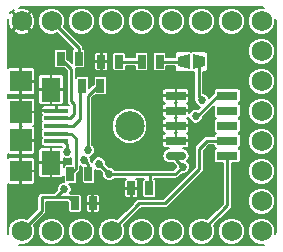
<source format=gbl>
G04 (created by PCBNEW (2013-07-07 BZR 4022)-stable) date 1/7/2014 10:08:49*
%MOIN*%
G04 Gerber Fmt 3.4, Leading zero omitted, Abs format*
%FSLAX34Y34*%
G01*
G70*
G90*
G04 APERTURE LIST*
%ADD10C,0.00590551*%
%ADD11C,0.0984252*%
%ADD12C,0.0688976*%
%ADD13R,0.025X0.045*%
%ADD14O,0.0688976X0.0299213*%
%ADD15R,0.0688976X0.0299213*%
%ADD16R,0.0748031X0.0748031*%
%ADD17R,0.0748031X0.0708661*%
%ADD18R,0.0629921X0.0826772*%
%ADD19R,0.0787402X0.015748*%
%ADD20C,0.027*%
%ADD21C,0.01*%
%ADD22C,0.005*%
G04 APERTURE END LIST*
G54D10*
G54D11*
X47600Y-28000D03*
G54D12*
X52000Y-26500D03*
X46000Y-31500D03*
X47000Y-31500D03*
X48000Y-31500D03*
X49000Y-31500D03*
X50000Y-31500D03*
X51000Y-31500D03*
X52000Y-31500D03*
X52000Y-30500D03*
X52000Y-29500D03*
X52000Y-28500D03*
X52000Y-27500D03*
X52000Y-25500D03*
X52000Y-24500D03*
X51000Y-24500D03*
X50000Y-24500D03*
X49000Y-24500D03*
X48000Y-24500D03*
X47000Y-24500D03*
X46000Y-24500D03*
X45000Y-24500D03*
X44000Y-31500D03*
X44000Y-24500D03*
G54D10*
G36*
X50096Y-25997D02*
X49703Y-26096D01*
X49703Y-25603D01*
X50096Y-25702D01*
X50096Y-25997D01*
X50096Y-25997D01*
G37*
G36*
X49596Y-26096D02*
X49203Y-25997D01*
X49203Y-25702D01*
X49596Y-25603D01*
X49596Y-26096D01*
X49596Y-26096D01*
G37*
G54D12*
X45000Y-31500D03*
G54D13*
X46025Y-26650D03*
X46625Y-26650D03*
X45625Y-29600D03*
X46225Y-29600D03*
X45300Y-25750D03*
X45900Y-25750D03*
X47250Y-25850D03*
X46650Y-25850D03*
X48600Y-25850D03*
X48000Y-25850D03*
G54D14*
X49143Y-28984D03*
G54D15*
X50856Y-28984D03*
X49143Y-28484D03*
X50856Y-28484D03*
X49143Y-27984D03*
X50856Y-27984D03*
X49143Y-27484D03*
X50856Y-27484D03*
X49143Y-26984D03*
X50856Y-26984D03*
G54D16*
X43975Y-27527D03*
X43975Y-28472D03*
G54D17*
X43975Y-26503D03*
X43975Y-29496D03*
G54D18*
X44978Y-29220D03*
X44978Y-26779D03*
G54D19*
X45156Y-28255D03*
X45156Y-28000D03*
X45156Y-27744D03*
X45156Y-27488D03*
X45156Y-28511D03*
G54D13*
X45775Y-30575D03*
X46375Y-30575D03*
X48250Y-30075D03*
X47650Y-30075D03*
G54D20*
X50000Y-27125D03*
X49375Y-29350D03*
X46925Y-29600D03*
X46575Y-29250D03*
X45075Y-29175D03*
X46200Y-28800D03*
X46075Y-29125D03*
X45425Y-30100D03*
X45525Y-28850D03*
X49800Y-27675D03*
G54D21*
X50856Y-28484D02*
X50190Y-28484D01*
X47925Y-30575D02*
X47000Y-31500D01*
X48775Y-30575D02*
X47925Y-30575D01*
X49925Y-29425D02*
X48775Y-30575D01*
X49925Y-28750D02*
X49925Y-29425D01*
X50190Y-28484D02*
X49925Y-28750D01*
X50856Y-28984D02*
X50856Y-30643D01*
X50856Y-30643D02*
X50000Y-31500D01*
X49900Y-27025D02*
X49900Y-25850D01*
X50000Y-27125D02*
X49900Y-27025D01*
X48250Y-30075D02*
X48275Y-30050D01*
X48275Y-30050D02*
X48275Y-29600D01*
X49375Y-29350D02*
X49143Y-29118D01*
X49143Y-29118D02*
X49143Y-28984D01*
X49125Y-29600D02*
X49375Y-29350D01*
X49125Y-29600D02*
X48275Y-29600D01*
X48275Y-29600D02*
X46925Y-29600D01*
X49143Y-28984D02*
X49143Y-29118D01*
X46575Y-29250D02*
X46925Y-29600D01*
X45000Y-24500D02*
X45900Y-25400D01*
X45900Y-25400D02*
X45900Y-25750D01*
X49400Y-25850D02*
X48600Y-25850D01*
X48000Y-25850D02*
X47250Y-25850D01*
X46200Y-27000D02*
X46200Y-28800D01*
X46550Y-26650D02*
X46200Y-27000D01*
X46225Y-29600D02*
X46225Y-29275D01*
X46225Y-29275D02*
X46075Y-29125D01*
X46225Y-29525D02*
X46150Y-29600D01*
X45625Y-27725D02*
X45750Y-27600D01*
X45750Y-27600D02*
X45750Y-27475D01*
X45625Y-27725D02*
X45700Y-27650D01*
X45300Y-25750D02*
X45650Y-26100D01*
X45750Y-27275D02*
X45750Y-27475D01*
X45650Y-27175D02*
X45750Y-27275D01*
X45650Y-26100D02*
X45650Y-27175D01*
X45175Y-27725D02*
X45156Y-27744D01*
X45625Y-27725D02*
X45175Y-27725D01*
X45800Y-28400D02*
X45655Y-28255D01*
X45625Y-29600D02*
X45800Y-29425D01*
X45800Y-28400D02*
X45800Y-29425D01*
X45655Y-28255D02*
X45156Y-28255D01*
X45327Y-28250D02*
X45322Y-28255D01*
X45950Y-26650D02*
X45950Y-27750D01*
X45700Y-28000D02*
X45322Y-28000D01*
X45950Y-27750D02*
X45700Y-28000D01*
X45150Y-30375D02*
X45575Y-30375D01*
X45575Y-30375D02*
X45775Y-30575D01*
X45150Y-30375D02*
X45125Y-30375D01*
X45425Y-30100D02*
X45150Y-30375D01*
X44675Y-30375D02*
X44675Y-30825D01*
X44675Y-30825D02*
X44000Y-31500D01*
X45125Y-30375D02*
X44675Y-30375D01*
X45525Y-28850D02*
X45525Y-28625D01*
X45411Y-28511D02*
X45156Y-28511D01*
X45525Y-28625D02*
X45411Y-28511D01*
X50540Y-26984D02*
X50856Y-26984D01*
X49850Y-27675D02*
X50540Y-26984D01*
X49800Y-27675D02*
X49850Y-27675D01*
X50856Y-27015D02*
X50534Y-27015D01*
G54D10*
G36*
X52466Y-31487D02*
X52448Y-31580D01*
X52448Y-31411D01*
X52448Y-30411D01*
X52448Y-29411D01*
X52448Y-28411D01*
X52448Y-27411D01*
X52448Y-26411D01*
X52448Y-25411D01*
X52380Y-25246D01*
X52254Y-25120D01*
X52089Y-25051D01*
X51911Y-25051D01*
X51746Y-25119D01*
X51620Y-25245D01*
X51551Y-25410D01*
X51551Y-25588D01*
X51619Y-25753D01*
X51745Y-25879D01*
X51910Y-25948D01*
X52088Y-25948D01*
X52253Y-25880D01*
X52379Y-25754D01*
X52448Y-25589D01*
X52448Y-25411D01*
X52448Y-26411D01*
X52380Y-26246D01*
X52254Y-26120D01*
X52089Y-26051D01*
X51911Y-26051D01*
X51746Y-26119D01*
X51620Y-26245D01*
X51551Y-26410D01*
X51551Y-26588D01*
X51619Y-26753D01*
X51745Y-26879D01*
X51910Y-26948D01*
X52088Y-26948D01*
X52253Y-26880D01*
X52379Y-26754D01*
X52448Y-26589D01*
X52448Y-26411D01*
X52448Y-27411D01*
X52380Y-27246D01*
X52254Y-27120D01*
X52089Y-27051D01*
X51911Y-27051D01*
X51746Y-27119D01*
X51620Y-27245D01*
X51551Y-27410D01*
X51551Y-27588D01*
X51619Y-27753D01*
X51745Y-27879D01*
X51910Y-27948D01*
X52088Y-27948D01*
X52253Y-27880D01*
X52379Y-27754D01*
X52448Y-27589D01*
X52448Y-27411D01*
X52448Y-28411D01*
X52380Y-28246D01*
X52254Y-28120D01*
X52089Y-28051D01*
X51911Y-28051D01*
X51746Y-28119D01*
X51620Y-28245D01*
X51551Y-28410D01*
X51551Y-28588D01*
X51619Y-28753D01*
X51745Y-28879D01*
X51910Y-28948D01*
X52088Y-28948D01*
X52253Y-28880D01*
X52379Y-28754D01*
X52448Y-28589D01*
X52448Y-28411D01*
X52448Y-29411D01*
X52380Y-29246D01*
X52254Y-29120D01*
X52089Y-29051D01*
X51911Y-29051D01*
X51746Y-29119D01*
X51620Y-29245D01*
X51551Y-29410D01*
X51551Y-29588D01*
X51619Y-29753D01*
X51745Y-29879D01*
X51910Y-29948D01*
X52088Y-29948D01*
X52253Y-29880D01*
X52379Y-29754D01*
X52448Y-29589D01*
X52448Y-29411D01*
X52448Y-30411D01*
X52380Y-30246D01*
X52254Y-30120D01*
X52089Y-30051D01*
X51911Y-30051D01*
X51746Y-30119D01*
X51620Y-30245D01*
X51551Y-30410D01*
X51551Y-30588D01*
X51619Y-30753D01*
X51745Y-30879D01*
X51910Y-30948D01*
X52088Y-30948D01*
X52253Y-30880D01*
X52379Y-30754D01*
X52448Y-30589D01*
X52448Y-30411D01*
X52448Y-31411D01*
X52380Y-31246D01*
X52254Y-31120D01*
X52089Y-31051D01*
X51911Y-31051D01*
X51746Y-31119D01*
X51620Y-31245D01*
X51551Y-31410D01*
X51551Y-31588D01*
X51619Y-31753D01*
X51745Y-31879D01*
X51910Y-31948D01*
X52079Y-31948D01*
X51986Y-31966D01*
X51448Y-31966D01*
X51448Y-31411D01*
X51448Y-24411D01*
X51380Y-24246D01*
X51254Y-24120D01*
X51089Y-24051D01*
X50911Y-24051D01*
X50746Y-24119D01*
X50620Y-24245D01*
X50551Y-24410D01*
X50551Y-24588D01*
X50619Y-24753D01*
X50745Y-24879D01*
X50910Y-24948D01*
X51088Y-24948D01*
X51253Y-24880D01*
X51379Y-24754D01*
X51448Y-24589D01*
X51448Y-24411D01*
X51448Y-31411D01*
X51380Y-31246D01*
X51304Y-31170D01*
X51304Y-29113D01*
X51304Y-28814D01*
X51288Y-28775D01*
X51259Y-28746D01*
X51229Y-28734D01*
X51259Y-28721D01*
X51288Y-28692D01*
X51304Y-28654D01*
X51304Y-28613D01*
X51304Y-28314D01*
X51288Y-28275D01*
X51259Y-28246D01*
X51229Y-28234D01*
X51259Y-28221D01*
X51288Y-28192D01*
X51304Y-28154D01*
X51304Y-28113D01*
X51304Y-27814D01*
X51288Y-27775D01*
X51259Y-27746D01*
X51229Y-27734D01*
X51259Y-27721D01*
X51288Y-27692D01*
X51304Y-27654D01*
X51304Y-27613D01*
X51304Y-27314D01*
X51288Y-27275D01*
X51259Y-27246D01*
X51229Y-27234D01*
X51259Y-27221D01*
X51288Y-27192D01*
X51304Y-27154D01*
X51304Y-27113D01*
X51304Y-26814D01*
X51288Y-26775D01*
X51259Y-26746D01*
X51221Y-26730D01*
X51180Y-26730D01*
X50491Y-26730D01*
X50453Y-26746D01*
X50448Y-26751D01*
X50448Y-24411D01*
X50380Y-24246D01*
X50254Y-24120D01*
X50089Y-24051D01*
X49911Y-24051D01*
X49746Y-24119D01*
X49620Y-24245D01*
X49551Y-24410D01*
X49551Y-24588D01*
X49619Y-24753D01*
X49745Y-24879D01*
X49910Y-24948D01*
X50088Y-24948D01*
X50253Y-24880D01*
X50379Y-24754D01*
X50448Y-24589D01*
X50448Y-24411D01*
X50448Y-26751D01*
X50423Y-26775D01*
X50408Y-26813D01*
X50408Y-26855D01*
X50408Y-26899D01*
X50236Y-27071D01*
X50202Y-26989D01*
X50135Y-26922D01*
X50053Y-26888D01*
X50053Y-26199D01*
X50117Y-26199D01*
X50155Y-26184D01*
X50184Y-26154D01*
X50200Y-26116D01*
X50200Y-26075D01*
X50200Y-25583D01*
X50184Y-25545D01*
X50155Y-25516D01*
X50117Y-25500D01*
X50076Y-25500D01*
X49682Y-25500D01*
X49649Y-25513D01*
X49617Y-25500D01*
X49576Y-25500D01*
X49448Y-25500D01*
X49448Y-24411D01*
X49380Y-24246D01*
X49254Y-24120D01*
X49089Y-24051D01*
X48911Y-24051D01*
X48746Y-24119D01*
X48620Y-24245D01*
X48551Y-24410D01*
X48551Y-24588D01*
X48619Y-24753D01*
X48745Y-24879D01*
X48910Y-24948D01*
X49088Y-24948D01*
X49253Y-24880D01*
X49379Y-24754D01*
X49448Y-24589D01*
X49448Y-24411D01*
X49448Y-25500D01*
X49182Y-25500D01*
X49144Y-25515D01*
X49115Y-25545D01*
X49099Y-25583D01*
X49099Y-25624D01*
X49099Y-25696D01*
X48828Y-25696D01*
X48828Y-25604D01*
X48812Y-25566D01*
X48783Y-25537D01*
X48745Y-25521D01*
X48704Y-25521D01*
X48454Y-25521D01*
X48448Y-25523D01*
X48448Y-24411D01*
X48380Y-24246D01*
X48254Y-24120D01*
X48089Y-24051D01*
X47911Y-24051D01*
X47746Y-24119D01*
X47620Y-24245D01*
X47551Y-24410D01*
X47551Y-24588D01*
X47619Y-24753D01*
X47745Y-24879D01*
X47910Y-24948D01*
X48088Y-24948D01*
X48253Y-24880D01*
X48379Y-24754D01*
X48448Y-24589D01*
X48448Y-24411D01*
X48448Y-25523D01*
X48416Y-25537D01*
X48387Y-25566D01*
X48371Y-25604D01*
X48371Y-25645D01*
X48371Y-26095D01*
X48387Y-26133D01*
X48416Y-26162D01*
X48454Y-26178D01*
X48495Y-26178D01*
X48745Y-26178D01*
X48783Y-26162D01*
X48812Y-26133D01*
X48828Y-26095D01*
X48828Y-26054D01*
X48828Y-26003D01*
X49099Y-26003D01*
X49099Y-26116D01*
X49115Y-26154D01*
X49144Y-26183D01*
X49182Y-26199D01*
X49223Y-26199D01*
X49617Y-26199D01*
X49650Y-26186D01*
X49682Y-26199D01*
X49723Y-26199D01*
X49746Y-26199D01*
X49746Y-27025D01*
X49757Y-27083D01*
X49761Y-27088D01*
X49761Y-27172D01*
X49797Y-27260D01*
X49864Y-27327D01*
X49946Y-27361D01*
X49864Y-27443D01*
X49847Y-27436D01*
X49752Y-27436D01*
X49664Y-27472D01*
X49597Y-27539D01*
X49591Y-27553D01*
X49591Y-27314D01*
X49576Y-27275D01*
X49547Y-27246D01*
X49516Y-27234D01*
X49547Y-27221D01*
X49576Y-27192D01*
X49591Y-27154D01*
X49591Y-26814D01*
X49576Y-26775D01*
X49547Y-26746D01*
X49508Y-26730D01*
X49467Y-26730D01*
X49184Y-26730D01*
X49158Y-26756D01*
X49158Y-26969D01*
X49565Y-26969D01*
X49591Y-26943D01*
X49591Y-26814D01*
X49591Y-27154D01*
X49591Y-27024D01*
X49565Y-26998D01*
X49158Y-26998D01*
X49158Y-27211D01*
X49180Y-27234D01*
X49158Y-27256D01*
X49158Y-27469D01*
X49565Y-27469D01*
X49591Y-27443D01*
X49591Y-27314D01*
X49591Y-27553D01*
X49591Y-27553D01*
X49591Y-27524D01*
X49565Y-27498D01*
X49158Y-27498D01*
X49158Y-27711D01*
X49180Y-27734D01*
X49158Y-27756D01*
X49158Y-27969D01*
X49565Y-27969D01*
X49591Y-27943D01*
X49591Y-27814D01*
X49576Y-27775D01*
X49547Y-27746D01*
X49516Y-27734D01*
X49547Y-27721D01*
X49561Y-27707D01*
X49561Y-27722D01*
X49597Y-27810D01*
X49664Y-27877D01*
X49752Y-27913D01*
X49847Y-27913D01*
X49935Y-27877D01*
X50002Y-27810D01*
X50038Y-27722D01*
X50038Y-27703D01*
X50408Y-27334D01*
X50408Y-27355D01*
X50408Y-27654D01*
X50423Y-27692D01*
X50452Y-27721D01*
X50483Y-27734D01*
X50453Y-27746D01*
X50423Y-27775D01*
X50408Y-27813D01*
X50408Y-27855D01*
X50408Y-28154D01*
X50423Y-28192D01*
X50452Y-28221D01*
X50483Y-28234D01*
X50453Y-28246D01*
X50423Y-28275D01*
X50408Y-28313D01*
X50408Y-28330D01*
X50190Y-28330D01*
X50131Y-28342D01*
X50082Y-28375D01*
X49816Y-28641D01*
X49782Y-28691D01*
X49771Y-28750D01*
X49771Y-29361D01*
X48711Y-30421D01*
X47925Y-30421D01*
X47878Y-30430D01*
X47878Y-30279D01*
X47878Y-30115D01*
X47852Y-30089D01*
X47664Y-30089D01*
X47664Y-30377D01*
X47690Y-30403D01*
X47795Y-30403D01*
X47833Y-30387D01*
X47862Y-30358D01*
X47878Y-30320D01*
X47878Y-30279D01*
X47878Y-30430D01*
X47866Y-30432D01*
X47816Y-30466D01*
X47635Y-30646D01*
X47635Y-30377D01*
X47635Y-30089D01*
X47447Y-30089D01*
X47421Y-30115D01*
X47421Y-30279D01*
X47421Y-30320D01*
X47437Y-30358D01*
X47466Y-30387D01*
X47504Y-30403D01*
X47609Y-30403D01*
X47635Y-30377D01*
X47635Y-30646D01*
X47189Y-31093D01*
X47089Y-31051D01*
X46911Y-31051D01*
X46746Y-31119D01*
X46620Y-31245D01*
X46603Y-31285D01*
X46603Y-30779D01*
X46603Y-30370D01*
X46603Y-30329D01*
X46587Y-30291D01*
X46558Y-30262D01*
X46520Y-30246D01*
X46415Y-30246D01*
X46389Y-30272D01*
X46389Y-30560D01*
X46577Y-30560D01*
X46603Y-30534D01*
X46603Y-30370D01*
X46603Y-30779D01*
X46603Y-30615D01*
X46577Y-30589D01*
X46389Y-30589D01*
X46389Y-30877D01*
X46415Y-30903D01*
X46520Y-30903D01*
X46558Y-30887D01*
X46587Y-30858D01*
X46603Y-30820D01*
X46603Y-30779D01*
X46603Y-31285D01*
X46551Y-31410D01*
X46551Y-31588D01*
X46619Y-31753D01*
X46745Y-31879D01*
X46910Y-31948D01*
X47088Y-31948D01*
X47253Y-31880D01*
X47379Y-31754D01*
X47448Y-31589D01*
X47448Y-31411D01*
X47406Y-31310D01*
X47988Y-30728D01*
X48775Y-30728D01*
X48833Y-30717D01*
X48883Y-30683D01*
X50033Y-29533D01*
X50033Y-29533D01*
X50047Y-29513D01*
X50067Y-29483D01*
X50067Y-29483D01*
X50078Y-29425D01*
X50078Y-29425D01*
X50078Y-28813D01*
X50254Y-28637D01*
X50408Y-28637D01*
X50408Y-28654D01*
X50423Y-28692D01*
X50452Y-28721D01*
X50483Y-28734D01*
X50453Y-28746D01*
X50423Y-28775D01*
X50408Y-28813D01*
X50408Y-28855D01*
X50408Y-29154D01*
X50423Y-29192D01*
X50452Y-29221D01*
X50491Y-29237D01*
X50532Y-29237D01*
X50702Y-29237D01*
X50702Y-30580D01*
X50189Y-31093D01*
X50089Y-31051D01*
X49911Y-31051D01*
X49746Y-31119D01*
X49620Y-31245D01*
X49551Y-31410D01*
X49551Y-31588D01*
X49619Y-31753D01*
X49745Y-31879D01*
X49910Y-31948D01*
X50088Y-31948D01*
X50253Y-31880D01*
X50379Y-31754D01*
X50448Y-31589D01*
X50448Y-31411D01*
X50406Y-31310D01*
X50965Y-30752D01*
X50965Y-30752D01*
X50998Y-30702D01*
X51010Y-30643D01*
X51010Y-30643D01*
X51010Y-29237D01*
X51221Y-29237D01*
X51259Y-29221D01*
X51288Y-29192D01*
X51304Y-29154D01*
X51304Y-29113D01*
X51304Y-31170D01*
X51254Y-31120D01*
X51089Y-31051D01*
X50911Y-31051D01*
X50746Y-31119D01*
X50620Y-31245D01*
X50551Y-31410D01*
X50551Y-31588D01*
X50619Y-31753D01*
X50745Y-31879D01*
X50910Y-31948D01*
X51088Y-31948D01*
X51253Y-31880D01*
X51379Y-31754D01*
X51448Y-31589D01*
X51448Y-31411D01*
X51448Y-31966D01*
X49448Y-31966D01*
X49448Y-31411D01*
X49380Y-31246D01*
X49254Y-31120D01*
X49089Y-31051D01*
X48911Y-31051D01*
X48746Y-31119D01*
X48620Y-31245D01*
X48551Y-31410D01*
X48551Y-31588D01*
X48619Y-31753D01*
X48745Y-31879D01*
X48910Y-31948D01*
X49088Y-31948D01*
X49253Y-31880D01*
X49379Y-31754D01*
X49448Y-31589D01*
X49448Y-31411D01*
X49448Y-31966D01*
X48448Y-31966D01*
X48448Y-31411D01*
X48380Y-31246D01*
X48254Y-31120D01*
X48089Y-31051D01*
X47911Y-31051D01*
X47746Y-31119D01*
X47620Y-31245D01*
X47551Y-31410D01*
X47551Y-31588D01*
X47619Y-31753D01*
X47745Y-31879D01*
X47910Y-31948D01*
X48088Y-31948D01*
X48253Y-31880D01*
X48379Y-31754D01*
X48448Y-31589D01*
X48448Y-31411D01*
X48448Y-31966D01*
X46448Y-31966D01*
X46448Y-31411D01*
X46380Y-31246D01*
X46360Y-31226D01*
X46360Y-30877D01*
X46360Y-30589D01*
X46360Y-30560D01*
X46360Y-30272D01*
X46334Y-30246D01*
X46229Y-30246D01*
X46191Y-30262D01*
X46162Y-30291D01*
X46146Y-30329D01*
X46146Y-30370D01*
X46146Y-30534D01*
X46172Y-30560D01*
X46360Y-30560D01*
X46360Y-30589D01*
X46172Y-30589D01*
X46146Y-30615D01*
X46146Y-30779D01*
X46146Y-30820D01*
X46162Y-30858D01*
X46191Y-30887D01*
X46229Y-30903D01*
X46334Y-30903D01*
X46360Y-30877D01*
X46360Y-31226D01*
X46254Y-31120D01*
X46089Y-31051D01*
X45911Y-31051D01*
X45746Y-31119D01*
X45620Y-31245D01*
X45551Y-31410D01*
X45551Y-31588D01*
X45619Y-31753D01*
X45745Y-31879D01*
X45910Y-31948D01*
X46088Y-31948D01*
X46253Y-31880D01*
X46379Y-31754D01*
X46448Y-31589D01*
X46448Y-31411D01*
X46448Y-31966D01*
X45448Y-31966D01*
X45448Y-31411D01*
X45380Y-31246D01*
X45254Y-31120D01*
X45089Y-31051D01*
X44911Y-31051D01*
X44746Y-31119D01*
X44620Y-31245D01*
X44551Y-31410D01*
X44551Y-31588D01*
X44619Y-31753D01*
X44745Y-31879D01*
X44910Y-31948D01*
X45088Y-31948D01*
X45253Y-31880D01*
X45379Y-31754D01*
X45448Y-31589D01*
X45448Y-31411D01*
X45448Y-31966D01*
X44012Y-31966D01*
X43919Y-31948D01*
X44088Y-31948D01*
X44253Y-31880D01*
X44379Y-31754D01*
X44448Y-31589D01*
X44448Y-31411D01*
X44406Y-31310D01*
X44783Y-30933D01*
X44817Y-30883D01*
X44828Y-30825D01*
X44828Y-30528D01*
X45125Y-30528D01*
X45150Y-30528D01*
X45511Y-30528D01*
X45546Y-30563D01*
X45546Y-30820D01*
X45562Y-30858D01*
X45591Y-30887D01*
X45629Y-30903D01*
X45670Y-30903D01*
X45920Y-30903D01*
X45958Y-30887D01*
X45987Y-30858D01*
X46003Y-30820D01*
X46003Y-30779D01*
X46003Y-30329D01*
X45987Y-30291D01*
X45958Y-30262D01*
X45920Y-30246D01*
X45879Y-30246D01*
X45653Y-30246D01*
X45633Y-30232D01*
X45628Y-30231D01*
X45663Y-30147D01*
X45663Y-30052D01*
X45627Y-29964D01*
X45591Y-29928D01*
X45770Y-29928D01*
X45808Y-29912D01*
X45837Y-29883D01*
X45853Y-29845D01*
X45853Y-29804D01*
X45853Y-29588D01*
X45908Y-29533D01*
X45908Y-29533D01*
X45922Y-29513D01*
X45942Y-29483D01*
X45942Y-29483D01*
X45953Y-29425D01*
X45953Y-29425D01*
X45953Y-29333D01*
X45997Y-29351D01*
X45996Y-29354D01*
X45996Y-29395D01*
X45996Y-29845D01*
X46012Y-29883D01*
X46041Y-29912D01*
X46079Y-29928D01*
X46120Y-29928D01*
X46370Y-29928D01*
X46408Y-29912D01*
X46437Y-29883D01*
X46453Y-29845D01*
X46453Y-29804D01*
X46453Y-29458D01*
X46527Y-29488D01*
X46596Y-29488D01*
X46686Y-29578D01*
X46686Y-29647D01*
X46722Y-29735D01*
X46789Y-29802D01*
X46877Y-29838D01*
X46972Y-29838D01*
X47060Y-29802D01*
X47108Y-29753D01*
X47486Y-29753D01*
X47466Y-29762D01*
X47437Y-29791D01*
X47421Y-29829D01*
X47421Y-29870D01*
X47421Y-30034D01*
X47447Y-30060D01*
X47635Y-30060D01*
X47635Y-30052D01*
X47664Y-30052D01*
X47664Y-30060D01*
X47852Y-30060D01*
X47878Y-30034D01*
X47878Y-29870D01*
X47878Y-29829D01*
X47862Y-29791D01*
X47833Y-29762D01*
X47813Y-29753D01*
X48086Y-29753D01*
X48066Y-29762D01*
X48037Y-29791D01*
X48021Y-29829D01*
X48021Y-29870D01*
X48021Y-30320D01*
X48037Y-30358D01*
X48066Y-30387D01*
X48104Y-30403D01*
X48145Y-30403D01*
X48395Y-30403D01*
X48433Y-30387D01*
X48462Y-30358D01*
X48478Y-30320D01*
X48478Y-30279D01*
X48478Y-29829D01*
X48462Y-29791D01*
X48433Y-29762D01*
X48428Y-29759D01*
X48428Y-29753D01*
X49125Y-29753D01*
X49183Y-29742D01*
X49233Y-29708D01*
X49353Y-29588D01*
X49422Y-29588D01*
X49510Y-29552D01*
X49577Y-29485D01*
X49613Y-29397D01*
X49613Y-29302D01*
X49577Y-29214D01*
X49526Y-29163D01*
X49526Y-29163D01*
X49581Y-29081D01*
X49600Y-28984D01*
X49581Y-28887D01*
X49526Y-28805D01*
X49444Y-28750D01*
X49381Y-28737D01*
X49467Y-28737D01*
X49508Y-28737D01*
X49547Y-28721D01*
X49576Y-28692D01*
X49591Y-28654D01*
X49591Y-28314D01*
X49576Y-28275D01*
X49547Y-28246D01*
X49516Y-28234D01*
X49547Y-28221D01*
X49576Y-28192D01*
X49591Y-28154D01*
X49591Y-28024D01*
X49565Y-27998D01*
X49158Y-27998D01*
X49158Y-28211D01*
X49180Y-28234D01*
X49158Y-28256D01*
X49158Y-28469D01*
X49565Y-28469D01*
X49591Y-28443D01*
X49591Y-28314D01*
X49591Y-28654D01*
X49591Y-28524D01*
X49565Y-28498D01*
X49158Y-28498D01*
X49158Y-28506D01*
X49129Y-28506D01*
X49129Y-28498D01*
X49129Y-28469D01*
X49129Y-28256D01*
X49106Y-28234D01*
X49129Y-28211D01*
X49129Y-27998D01*
X49129Y-27969D01*
X49129Y-27756D01*
X49106Y-27734D01*
X49129Y-27711D01*
X49129Y-27498D01*
X49129Y-27469D01*
X49129Y-27256D01*
X49106Y-27234D01*
X49129Y-27211D01*
X49129Y-26998D01*
X49129Y-26969D01*
X49129Y-26756D01*
X49103Y-26730D01*
X48819Y-26730D01*
X48778Y-26730D01*
X48740Y-26746D01*
X48711Y-26775D01*
X48695Y-26814D01*
X48695Y-26943D01*
X48721Y-26969D01*
X49129Y-26969D01*
X49129Y-26998D01*
X48721Y-26998D01*
X48695Y-27024D01*
X48695Y-27154D01*
X48711Y-27192D01*
X48740Y-27221D01*
X48770Y-27234D01*
X48740Y-27246D01*
X48711Y-27275D01*
X48695Y-27314D01*
X48695Y-27443D01*
X48721Y-27469D01*
X49129Y-27469D01*
X49129Y-27498D01*
X48721Y-27498D01*
X48695Y-27524D01*
X48695Y-27654D01*
X48711Y-27692D01*
X48740Y-27721D01*
X48770Y-27734D01*
X48740Y-27746D01*
X48711Y-27775D01*
X48695Y-27814D01*
X48695Y-27943D01*
X48721Y-27969D01*
X49129Y-27969D01*
X49129Y-27998D01*
X48721Y-27998D01*
X48695Y-28024D01*
X48695Y-28154D01*
X48711Y-28192D01*
X48740Y-28221D01*
X48770Y-28234D01*
X48740Y-28246D01*
X48711Y-28275D01*
X48695Y-28314D01*
X48695Y-28443D01*
X48721Y-28469D01*
X49129Y-28469D01*
X49129Y-28498D01*
X48721Y-28498D01*
X48695Y-28524D01*
X48695Y-28654D01*
X48711Y-28692D01*
X48740Y-28721D01*
X48778Y-28737D01*
X48819Y-28737D01*
X48906Y-28737D01*
X48843Y-28750D01*
X48760Y-28805D01*
X48705Y-28887D01*
X48686Y-28984D01*
X48705Y-29081D01*
X48760Y-29163D01*
X48843Y-29218D01*
X48940Y-29237D01*
X49045Y-29237D01*
X49136Y-29328D01*
X49136Y-29371D01*
X49061Y-29446D01*
X48275Y-29446D01*
X48228Y-29446D01*
X48228Y-26054D01*
X48228Y-25604D01*
X48212Y-25566D01*
X48183Y-25537D01*
X48145Y-25521D01*
X48104Y-25521D01*
X47854Y-25521D01*
X47816Y-25537D01*
X47787Y-25566D01*
X47771Y-25604D01*
X47771Y-25645D01*
X47771Y-25696D01*
X47478Y-25696D01*
X47478Y-25604D01*
X47462Y-25566D01*
X47448Y-25551D01*
X47448Y-24411D01*
X47380Y-24246D01*
X47254Y-24120D01*
X47089Y-24051D01*
X46911Y-24051D01*
X46746Y-24119D01*
X46620Y-24245D01*
X46551Y-24410D01*
X46551Y-24588D01*
X46619Y-24753D01*
X46745Y-24879D01*
X46910Y-24948D01*
X47088Y-24948D01*
X47253Y-24880D01*
X47379Y-24754D01*
X47448Y-24589D01*
X47448Y-24411D01*
X47448Y-25551D01*
X47433Y-25537D01*
X47395Y-25521D01*
X47354Y-25521D01*
X47104Y-25521D01*
X47066Y-25537D01*
X47037Y-25566D01*
X47021Y-25604D01*
X47021Y-25645D01*
X47021Y-26095D01*
X47037Y-26133D01*
X47066Y-26162D01*
X47104Y-26178D01*
X47145Y-26178D01*
X47395Y-26178D01*
X47433Y-26162D01*
X47462Y-26133D01*
X47478Y-26095D01*
X47478Y-26054D01*
X47478Y-26003D01*
X47771Y-26003D01*
X47771Y-26095D01*
X47787Y-26133D01*
X47816Y-26162D01*
X47854Y-26178D01*
X47895Y-26178D01*
X48145Y-26178D01*
X48183Y-26162D01*
X48212Y-26133D01*
X48228Y-26095D01*
X48228Y-26054D01*
X48228Y-29446D01*
X48195Y-29446D01*
X48195Y-27881D01*
X48105Y-27662D01*
X47937Y-27495D01*
X47719Y-27404D01*
X47481Y-27404D01*
X47262Y-27494D01*
X47095Y-27662D01*
X47004Y-27880D01*
X47004Y-28118D01*
X47094Y-28337D01*
X47262Y-28504D01*
X47480Y-28595D01*
X47718Y-28595D01*
X47937Y-28505D01*
X48104Y-28337D01*
X48195Y-28119D01*
X48195Y-27881D01*
X48195Y-29446D01*
X47108Y-29446D01*
X47060Y-29397D01*
X46972Y-29361D01*
X46903Y-29361D01*
X46878Y-29336D01*
X46878Y-26054D01*
X46878Y-25645D01*
X46878Y-25604D01*
X46862Y-25566D01*
X46833Y-25537D01*
X46795Y-25521D01*
X46690Y-25521D01*
X46664Y-25547D01*
X46664Y-25835D01*
X46852Y-25835D01*
X46878Y-25809D01*
X46878Y-25645D01*
X46878Y-26054D01*
X46878Y-25890D01*
X46852Y-25864D01*
X46664Y-25864D01*
X46664Y-26152D01*
X46690Y-26178D01*
X46795Y-26178D01*
X46833Y-26162D01*
X46862Y-26133D01*
X46878Y-26095D01*
X46878Y-26054D01*
X46878Y-29336D01*
X46813Y-29271D01*
X46813Y-29202D01*
X46777Y-29114D01*
X46710Y-29047D01*
X46622Y-29011D01*
X46527Y-29011D01*
X46439Y-29047D01*
X46372Y-29114D01*
X46344Y-29182D01*
X46333Y-29166D01*
X46313Y-29146D01*
X46313Y-29077D01*
X46290Y-29020D01*
X46335Y-29002D01*
X46402Y-28935D01*
X46438Y-28847D01*
X46438Y-28752D01*
X46402Y-28664D01*
X46353Y-28616D01*
X46353Y-27063D01*
X46450Y-26966D01*
X46479Y-26978D01*
X46520Y-26978D01*
X46770Y-26978D01*
X46808Y-26962D01*
X46837Y-26933D01*
X46853Y-26895D01*
X46853Y-26854D01*
X46853Y-26404D01*
X46837Y-26366D01*
X46808Y-26337D01*
X46770Y-26321D01*
X46729Y-26321D01*
X46635Y-26321D01*
X46635Y-26152D01*
X46635Y-25864D01*
X46635Y-25835D01*
X46635Y-25547D01*
X46609Y-25521D01*
X46504Y-25521D01*
X46466Y-25537D01*
X46448Y-25554D01*
X46448Y-24411D01*
X46380Y-24246D01*
X46254Y-24120D01*
X46089Y-24051D01*
X45911Y-24051D01*
X45746Y-24119D01*
X45620Y-24245D01*
X45551Y-24410D01*
X45551Y-24588D01*
X45619Y-24753D01*
X45745Y-24879D01*
X45910Y-24948D01*
X46088Y-24948D01*
X46253Y-24880D01*
X46379Y-24754D01*
X46448Y-24589D01*
X46448Y-24411D01*
X46448Y-25554D01*
X46437Y-25566D01*
X46421Y-25604D01*
X46421Y-25645D01*
X46421Y-25809D01*
X46447Y-25835D01*
X46635Y-25835D01*
X46635Y-25864D01*
X46447Y-25864D01*
X46421Y-25890D01*
X46421Y-26054D01*
X46421Y-26095D01*
X46437Y-26133D01*
X46466Y-26162D01*
X46504Y-26178D01*
X46609Y-26178D01*
X46635Y-26152D01*
X46635Y-26321D01*
X46479Y-26321D01*
X46441Y-26337D01*
X46412Y-26366D01*
X46396Y-26404D01*
X46396Y-26445D01*
X46396Y-26586D01*
X46253Y-26728D01*
X46253Y-26404D01*
X46237Y-26366D01*
X46208Y-26337D01*
X46170Y-26321D01*
X46129Y-26321D01*
X45879Y-26321D01*
X45841Y-26337D01*
X45812Y-26366D01*
X45803Y-26386D01*
X45803Y-26100D01*
X45803Y-26099D01*
X45799Y-26078D01*
X46045Y-26078D01*
X46083Y-26062D01*
X46112Y-26033D01*
X46128Y-25995D01*
X46128Y-25954D01*
X46128Y-25504D01*
X46112Y-25466D01*
X46083Y-25437D01*
X46053Y-25424D01*
X46053Y-25400D01*
X46042Y-25341D01*
X46008Y-25291D01*
X45406Y-24689D01*
X45448Y-24589D01*
X45448Y-24411D01*
X45380Y-24246D01*
X45254Y-24120D01*
X45089Y-24051D01*
X44911Y-24051D01*
X44746Y-24119D01*
X44620Y-24245D01*
X44551Y-24410D01*
X44551Y-24588D01*
X44619Y-24753D01*
X44745Y-24879D01*
X44910Y-24948D01*
X45088Y-24948D01*
X45189Y-24906D01*
X45718Y-25436D01*
X45716Y-25437D01*
X45687Y-25466D01*
X45671Y-25504D01*
X45671Y-25545D01*
X45671Y-25903D01*
X45528Y-25761D01*
X45528Y-25504D01*
X45512Y-25466D01*
X45483Y-25437D01*
X45445Y-25421D01*
X45404Y-25421D01*
X45154Y-25421D01*
X45116Y-25437D01*
X45087Y-25466D01*
X45071Y-25504D01*
X45071Y-25545D01*
X45071Y-25995D01*
X45087Y-26033D01*
X45116Y-26062D01*
X45154Y-26078D01*
X45195Y-26078D01*
X45411Y-26078D01*
X45496Y-26163D01*
X45496Y-27175D01*
X45507Y-27233D01*
X45541Y-27283D01*
X45563Y-27305D01*
X45529Y-27305D01*
X45397Y-27305D01*
X45397Y-27213D01*
X45397Y-26345D01*
X45381Y-26307D01*
X45352Y-26278D01*
X45314Y-26262D01*
X45273Y-26262D01*
X45019Y-26262D01*
X44993Y-26288D01*
X44993Y-26765D01*
X45371Y-26765D01*
X45397Y-26739D01*
X45397Y-26345D01*
X45397Y-27213D01*
X45397Y-26819D01*
X45371Y-26793D01*
X44993Y-26793D01*
X44993Y-27270D01*
X45019Y-27296D01*
X45273Y-27296D01*
X45314Y-27296D01*
X45352Y-27280D01*
X45381Y-27251D01*
X45397Y-27213D01*
X45397Y-27305D01*
X45196Y-27305D01*
X45170Y-27331D01*
X45170Y-27473D01*
X45178Y-27473D01*
X45178Y-27502D01*
X45170Y-27502D01*
X45170Y-27510D01*
X45141Y-27510D01*
X45141Y-27502D01*
X45141Y-27473D01*
X45141Y-27331D01*
X45115Y-27305D01*
X44964Y-27305D01*
X44964Y-27270D01*
X44964Y-26793D01*
X44964Y-26765D01*
X44964Y-26288D01*
X44938Y-26262D01*
X44684Y-26262D01*
X44643Y-26262D01*
X44605Y-26278D01*
X44575Y-26307D01*
X44560Y-26345D01*
X44560Y-26739D01*
X44586Y-26765D01*
X44964Y-26765D01*
X44964Y-26793D01*
X44586Y-26793D01*
X44560Y-26819D01*
X44560Y-27213D01*
X44575Y-27251D01*
X44605Y-27280D01*
X44643Y-27296D01*
X44684Y-27296D01*
X44938Y-27296D01*
X44964Y-27270D01*
X44964Y-27305D01*
X44782Y-27305D01*
X44741Y-27305D01*
X44703Y-27321D01*
X44674Y-27350D01*
X44658Y-27388D01*
X44658Y-27447D01*
X44684Y-27473D01*
X45141Y-27473D01*
X45141Y-27502D01*
X44684Y-27502D01*
X44658Y-27528D01*
X44658Y-27587D01*
X44670Y-27616D01*
X44658Y-27644D01*
X44658Y-27685D01*
X44658Y-27843D01*
X44670Y-27872D01*
X44658Y-27900D01*
X44658Y-27941D01*
X44658Y-28099D01*
X44670Y-28127D01*
X44658Y-28156D01*
X44658Y-28197D01*
X44658Y-28355D01*
X44670Y-28383D01*
X44658Y-28412D01*
X44658Y-28453D01*
X44658Y-28611D01*
X44674Y-28649D01*
X44703Y-28678D01*
X44741Y-28694D01*
X44782Y-28694D01*
X45343Y-28694D01*
X45328Y-28709D01*
X45314Y-28703D01*
X45273Y-28703D01*
X45019Y-28703D01*
X44993Y-28729D01*
X44993Y-29206D01*
X45371Y-29206D01*
X45397Y-29180D01*
X45397Y-29055D01*
X45477Y-29088D01*
X45572Y-29088D01*
X45646Y-29058D01*
X45646Y-29271D01*
X45479Y-29271D01*
X45441Y-29287D01*
X45412Y-29316D01*
X45397Y-29350D01*
X45397Y-29260D01*
X45371Y-29234D01*
X44993Y-29234D01*
X44993Y-29711D01*
X45019Y-29737D01*
X45273Y-29737D01*
X45314Y-29737D01*
X45352Y-29721D01*
X45381Y-29692D01*
X45396Y-29657D01*
X45396Y-29845D01*
X45402Y-29861D01*
X45377Y-29861D01*
X45289Y-29897D01*
X45222Y-29964D01*
X45186Y-30052D01*
X45186Y-30121D01*
X45086Y-30221D01*
X44964Y-30221D01*
X44964Y-29711D01*
X44964Y-29234D01*
X44964Y-29206D01*
X44964Y-28729D01*
X44938Y-28703D01*
X44684Y-28703D01*
X44643Y-28703D01*
X44605Y-28719D01*
X44575Y-28748D01*
X44560Y-28786D01*
X44560Y-29180D01*
X44586Y-29206D01*
X44964Y-29206D01*
X44964Y-29234D01*
X44586Y-29234D01*
X44560Y-29260D01*
X44560Y-29654D01*
X44575Y-29692D01*
X44605Y-29721D01*
X44643Y-29737D01*
X44684Y-29737D01*
X44938Y-29737D01*
X44964Y-29711D01*
X44964Y-30221D01*
X44675Y-30221D01*
X44616Y-30232D01*
X44566Y-30266D01*
X44532Y-30316D01*
X44521Y-30375D01*
X44521Y-30761D01*
X44452Y-30829D01*
X44452Y-29870D01*
X44452Y-29121D01*
X44452Y-28867D01*
X44452Y-28077D01*
X44437Y-28039D01*
X44407Y-28010D01*
X44382Y-28000D01*
X44407Y-27989D01*
X44437Y-27960D01*
X44452Y-27922D01*
X44452Y-27132D01*
X44452Y-26878D01*
X44452Y-26129D01*
X44448Y-26119D01*
X44448Y-24414D01*
X44381Y-24249D01*
X44377Y-24243D01*
X44314Y-24205D01*
X44020Y-24500D01*
X44314Y-24794D01*
X44377Y-24756D01*
X44447Y-24592D01*
X44448Y-24414D01*
X44448Y-26119D01*
X44437Y-26090D01*
X44407Y-26061D01*
X44369Y-26045D01*
X44328Y-26045D01*
X44294Y-26045D01*
X44294Y-24814D01*
X44000Y-24520D01*
X43705Y-24814D01*
X43743Y-24877D01*
X43907Y-24947D01*
X44085Y-24948D01*
X44250Y-24881D01*
X44256Y-24877D01*
X44294Y-24814D01*
X44294Y-26045D01*
X44015Y-26045D01*
X43989Y-26071D01*
X43989Y-26489D01*
X44426Y-26489D01*
X44452Y-26463D01*
X44452Y-26129D01*
X44452Y-26878D01*
X44452Y-26544D01*
X44426Y-26518D01*
X43989Y-26518D01*
X43989Y-26936D01*
X44015Y-26962D01*
X44328Y-26962D01*
X44369Y-26961D01*
X44407Y-26946D01*
X44437Y-26916D01*
X44452Y-26878D01*
X44452Y-27132D01*
X44437Y-27094D01*
X44407Y-27065D01*
X44369Y-27049D01*
X44328Y-27049D01*
X44015Y-27049D01*
X43989Y-27075D01*
X43989Y-27513D01*
X44426Y-27513D01*
X44452Y-27487D01*
X44452Y-27132D01*
X44452Y-27922D01*
X44452Y-27567D01*
X44426Y-27541D01*
X43989Y-27541D01*
X43989Y-27979D01*
X44009Y-28000D01*
X43989Y-28020D01*
X43989Y-28458D01*
X44426Y-28458D01*
X44452Y-28432D01*
X44452Y-28077D01*
X44452Y-28867D01*
X44452Y-28512D01*
X44426Y-28486D01*
X43989Y-28486D01*
X43989Y-28924D01*
X44015Y-28950D01*
X44328Y-28950D01*
X44369Y-28950D01*
X44407Y-28934D01*
X44437Y-28905D01*
X44452Y-28867D01*
X44452Y-29121D01*
X44437Y-29083D01*
X44407Y-29053D01*
X44369Y-29038D01*
X44328Y-29037D01*
X44015Y-29037D01*
X43989Y-29063D01*
X43989Y-29481D01*
X44426Y-29481D01*
X44452Y-29455D01*
X44452Y-29121D01*
X44452Y-29870D01*
X44452Y-29536D01*
X44426Y-29510D01*
X43989Y-29510D01*
X43989Y-29928D01*
X44015Y-29954D01*
X44328Y-29954D01*
X44369Y-29954D01*
X44407Y-29938D01*
X44437Y-29909D01*
X44452Y-29870D01*
X44452Y-30829D01*
X44189Y-31093D01*
X44089Y-31051D01*
X43911Y-31051D01*
X43746Y-31119D01*
X43620Y-31245D01*
X43551Y-31410D01*
X43551Y-31579D01*
X43533Y-31486D01*
X43533Y-29929D01*
X43542Y-29938D01*
X43580Y-29954D01*
X43621Y-29954D01*
X43934Y-29954D01*
X43960Y-29928D01*
X43960Y-29510D01*
X43952Y-29510D01*
X43952Y-29481D01*
X43960Y-29481D01*
X43960Y-29063D01*
X43934Y-29037D01*
X43621Y-29037D01*
X43580Y-29038D01*
X43542Y-29053D01*
X43533Y-29062D01*
X43533Y-28925D01*
X43542Y-28934D01*
X43580Y-28950D01*
X43621Y-28950D01*
X43934Y-28950D01*
X43960Y-28924D01*
X43960Y-28486D01*
X43952Y-28486D01*
X43952Y-28458D01*
X43960Y-28458D01*
X43960Y-28020D01*
X43940Y-28000D01*
X43960Y-27979D01*
X43960Y-27541D01*
X43952Y-27541D01*
X43952Y-27513D01*
X43960Y-27513D01*
X43960Y-27075D01*
X43934Y-27049D01*
X43621Y-27049D01*
X43580Y-27049D01*
X43542Y-27065D01*
X43533Y-27074D01*
X43533Y-26937D01*
X43542Y-26946D01*
X43580Y-26961D01*
X43621Y-26962D01*
X43934Y-26962D01*
X43960Y-26936D01*
X43960Y-26518D01*
X43952Y-26518D01*
X43952Y-26489D01*
X43960Y-26489D01*
X43960Y-26071D01*
X43934Y-26045D01*
X43621Y-26045D01*
X43580Y-26045D01*
X43542Y-26061D01*
X43533Y-26070D01*
X43533Y-24513D01*
X43552Y-24417D01*
X43551Y-24585D01*
X43618Y-24750D01*
X43622Y-24756D01*
X43685Y-24794D01*
X43979Y-24500D01*
X43685Y-24205D01*
X43625Y-24241D01*
X43671Y-24172D01*
X43740Y-24125D01*
X43705Y-24185D01*
X44000Y-24479D01*
X44294Y-24185D01*
X44256Y-24122D01*
X44092Y-24052D01*
X43922Y-24051D01*
X44012Y-24033D01*
X51986Y-24033D01*
X52079Y-24051D01*
X51911Y-24051D01*
X51746Y-24119D01*
X51620Y-24245D01*
X51551Y-24410D01*
X51551Y-24588D01*
X51619Y-24753D01*
X51745Y-24879D01*
X51910Y-24948D01*
X52088Y-24948D01*
X52253Y-24880D01*
X52379Y-24754D01*
X52448Y-24589D01*
X52448Y-24419D01*
X52466Y-24512D01*
X52466Y-31487D01*
X52466Y-31487D01*
G37*
G54D22*
X52466Y-31487D02*
X52448Y-31580D01*
X52448Y-31411D01*
X52448Y-30411D01*
X52448Y-29411D01*
X52448Y-28411D01*
X52448Y-27411D01*
X52448Y-26411D01*
X52448Y-25411D01*
X52380Y-25246D01*
X52254Y-25120D01*
X52089Y-25051D01*
X51911Y-25051D01*
X51746Y-25119D01*
X51620Y-25245D01*
X51551Y-25410D01*
X51551Y-25588D01*
X51619Y-25753D01*
X51745Y-25879D01*
X51910Y-25948D01*
X52088Y-25948D01*
X52253Y-25880D01*
X52379Y-25754D01*
X52448Y-25589D01*
X52448Y-25411D01*
X52448Y-26411D01*
X52380Y-26246D01*
X52254Y-26120D01*
X52089Y-26051D01*
X51911Y-26051D01*
X51746Y-26119D01*
X51620Y-26245D01*
X51551Y-26410D01*
X51551Y-26588D01*
X51619Y-26753D01*
X51745Y-26879D01*
X51910Y-26948D01*
X52088Y-26948D01*
X52253Y-26880D01*
X52379Y-26754D01*
X52448Y-26589D01*
X52448Y-26411D01*
X52448Y-27411D01*
X52380Y-27246D01*
X52254Y-27120D01*
X52089Y-27051D01*
X51911Y-27051D01*
X51746Y-27119D01*
X51620Y-27245D01*
X51551Y-27410D01*
X51551Y-27588D01*
X51619Y-27753D01*
X51745Y-27879D01*
X51910Y-27948D01*
X52088Y-27948D01*
X52253Y-27880D01*
X52379Y-27754D01*
X52448Y-27589D01*
X52448Y-27411D01*
X52448Y-28411D01*
X52380Y-28246D01*
X52254Y-28120D01*
X52089Y-28051D01*
X51911Y-28051D01*
X51746Y-28119D01*
X51620Y-28245D01*
X51551Y-28410D01*
X51551Y-28588D01*
X51619Y-28753D01*
X51745Y-28879D01*
X51910Y-28948D01*
X52088Y-28948D01*
X52253Y-28880D01*
X52379Y-28754D01*
X52448Y-28589D01*
X52448Y-28411D01*
X52448Y-29411D01*
X52380Y-29246D01*
X52254Y-29120D01*
X52089Y-29051D01*
X51911Y-29051D01*
X51746Y-29119D01*
X51620Y-29245D01*
X51551Y-29410D01*
X51551Y-29588D01*
X51619Y-29753D01*
X51745Y-29879D01*
X51910Y-29948D01*
X52088Y-29948D01*
X52253Y-29880D01*
X52379Y-29754D01*
X52448Y-29589D01*
X52448Y-29411D01*
X52448Y-30411D01*
X52380Y-30246D01*
X52254Y-30120D01*
X52089Y-30051D01*
X51911Y-30051D01*
X51746Y-30119D01*
X51620Y-30245D01*
X51551Y-30410D01*
X51551Y-30588D01*
X51619Y-30753D01*
X51745Y-30879D01*
X51910Y-30948D01*
X52088Y-30948D01*
X52253Y-30880D01*
X52379Y-30754D01*
X52448Y-30589D01*
X52448Y-30411D01*
X52448Y-31411D01*
X52380Y-31246D01*
X52254Y-31120D01*
X52089Y-31051D01*
X51911Y-31051D01*
X51746Y-31119D01*
X51620Y-31245D01*
X51551Y-31410D01*
X51551Y-31588D01*
X51619Y-31753D01*
X51745Y-31879D01*
X51910Y-31948D01*
X52079Y-31948D01*
X51986Y-31966D01*
X51448Y-31966D01*
X51448Y-31411D01*
X51448Y-24411D01*
X51380Y-24246D01*
X51254Y-24120D01*
X51089Y-24051D01*
X50911Y-24051D01*
X50746Y-24119D01*
X50620Y-24245D01*
X50551Y-24410D01*
X50551Y-24588D01*
X50619Y-24753D01*
X50745Y-24879D01*
X50910Y-24948D01*
X51088Y-24948D01*
X51253Y-24880D01*
X51379Y-24754D01*
X51448Y-24589D01*
X51448Y-24411D01*
X51448Y-31411D01*
X51380Y-31246D01*
X51304Y-31170D01*
X51304Y-29113D01*
X51304Y-28814D01*
X51288Y-28775D01*
X51259Y-28746D01*
X51229Y-28734D01*
X51259Y-28721D01*
X51288Y-28692D01*
X51304Y-28654D01*
X51304Y-28613D01*
X51304Y-28314D01*
X51288Y-28275D01*
X51259Y-28246D01*
X51229Y-28234D01*
X51259Y-28221D01*
X51288Y-28192D01*
X51304Y-28154D01*
X51304Y-28113D01*
X51304Y-27814D01*
X51288Y-27775D01*
X51259Y-27746D01*
X51229Y-27734D01*
X51259Y-27721D01*
X51288Y-27692D01*
X51304Y-27654D01*
X51304Y-27613D01*
X51304Y-27314D01*
X51288Y-27275D01*
X51259Y-27246D01*
X51229Y-27234D01*
X51259Y-27221D01*
X51288Y-27192D01*
X51304Y-27154D01*
X51304Y-27113D01*
X51304Y-26814D01*
X51288Y-26775D01*
X51259Y-26746D01*
X51221Y-26730D01*
X51180Y-26730D01*
X50491Y-26730D01*
X50453Y-26746D01*
X50448Y-26751D01*
X50448Y-24411D01*
X50380Y-24246D01*
X50254Y-24120D01*
X50089Y-24051D01*
X49911Y-24051D01*
X49746Y-24119D01*
X49620Y-24245D01*
X49551Y-24410D01*
X49551Y-24588D01*
X49619Y-24753D01*
X49745Y-24879D01*
X49910Y-24948D01*
X50088Y-24948D01*
X50253Y-24880D01*
X50379Y-24754D01*
X50448Y-24589D01*
X50448Y-24411D01*
X50448Y-26751D01*
X50423Y-26775D01*
X50408Y-26813D01*
X50408Y-26855D01*
X50408Y-26899D01*
X50236Y-27071D01*
X50202Y-26989D01*
X50135Y-26922D01*
X50053Y-26888D01*
X50053Y-26199D01*
X50117Y-26199D01*
X50155Y-26184D01*
X50184Y-26154D01*
X50200Y-26116D01*
X50200Y-26075D01*
X50200Y-25583D01*
X50184Y-25545D01*
X50155Y-25516D01*
X50117Y-25500D01*
X50076Y-25500D01*
X49682Y-25500D01*
X49649Y-25513D01*
X49617Y-25500D01*
X49576Y-25500D01*
X49448Y-25500D01*
X49448Y-24411D01*
X49380Y-24246D01*
X49254Y-24120D01*
X49089Y-24051D01*
X48911Y-24051D01*
X48746Y-24119D01*
X48620Y-24245D01*
X48551Y-24410D01*
X48551Y-24588D01*
X48619Y-24753D01*
X48745Y-24879D01*
X48910Y-24948D01*
X49088Y-24948D01*
X49253Y-24880D01*
X49379Y-24754D01*
X49448Y-24589D01*
X49448Y-24411D01*
X49448Y-25500D01*
X49182Y-25500D01*
X49144Y-25515D01*
X49115Y-25545D01*
X49099Y-25583D01*
X49099Y-25624D01*
X49099Y-25696D01*
X48828Y-25696D01*
X48828Y-25604D01*
X48812Y-25566D01*
X48783Y-25537D01*
X48745Y-25521D01*
X48704Y-25521D01*
X48454Y-25521D01*
X48448Y-25523D01*
X48448Y-24411D01*
X48380Y-24246D01*
X48254Y-24120D01*
X48089Y-24051D01*
X47911Y-24051D01*
X47746Y-24119D01*
X47620Y-24245D01*
X47551Y-24410D01*
X47551Y-24588D01*
X47619Y-24753D01*
X47745Y-24879D01*
X47910Y-24948D01*
X48088Y-24948D01*
X48253Y-24880D01*
X48379Y-24754D01*
X48448Y-24589D01*
X48448Y-24411D01*
X48448Y-25523D01*
X48416Y-25537D01*
X48387Y-25566D01*
X48371Y-25604D01*
X48371Y-25645D01*
X48371Y-26095D01*
X48387Y-26133D01*
X48416Y-26162D01*
X48454Y-26178D01*
X48495Y-26178D01*
X48745Y-26178D01*
X48783Y-26162D01*
X48812Y-26133D01*
X48828Y-26095D01*
X48828Y-26054D01*
X48828Y-26003D01*
X49099Y-26003D01*
X49099Y-26116D01*
X49115Y-26154D01*
X49144Y-26183D01*
X49182Y-26199D01*
X49223Y-26199D01*
X49617Y-26199D01*
X49650Y-26186D01*
X49682Y-26199D01*
X49723Y-26199D01*
X49746Y-26199D01*
X49746Y-27025D01*
X49757Y-27083D01*
X49761Y-27088D01*
X49761Y-27172D01*
X49797Y-27260D01*
X49864Y-27327D01*
X49946Y-27361D01*
X49864Y-27443D01*
X49847Y-27436D01*
X49752Y-27436D01*
X49664Y-27472D01*
X49597Y-27539D01*
X49591Y-27553D01*
X49591Y-27314D01*
X49576Y-27275D01*
X49547Y-27246D01*
X49516Y-27234D01*
X49547Y-27221D01*
X49576Y-27192D01*
X49591Y-27154D01*
X49591Y-26814D01*
X49576Y-26775D01*
X49547Y-26746D01*
X49508Y-26730D01*
X49467Y-26730D01*
X49184Y-26730D01*
X49158Y-26756D01*
X49158Y-26969D01*
X49565Y-26969D01*
X49591Y-26943D01*
X49591Y-26814D01*
X49591Y-27154D01*
X49591Y-27024D01*
X49565Y-26998D01*
X49158Y-26998D01*
X49158Y-27211D01*
X49180Y-27234D01*
X49158Y-27256D01*
X49158Y-27469D01*
X49565Y-27469D01*
X49591Y-27443D01*
X49591Y-27314D01*
X49591Y-27553D01*
X49591Y-27553D01*
X49591Y-27524D01*
X49565Y-27498D01*
X49158Y-27498D01*
X49158Y-27711D01*
X49180Y-27734D01*
X49158Y-27756D01*
X49158Y-27969D01*
X49565Y-27969D01*
X49591Y-27943D01*
X49591Y-27814D01*
X49576Y-27775D01*
X49547Y-27746D01*
X49516Y-27734D01*
X49547Y-27721D01*
X49561Y-27707D01*
X49561Y-27722D01*
X49597Y-27810D01*
X49664Y-27877D01*
X49752Y-27913D01*
X49847Y-27913D01*
X49935Y-27877D01*
X50002Y-27810D01*
X50038Y-27722D01*
X50038Y-27703D01*
X50408Y-27334D01*
X50408Y-27355D01*
X50408Y-27654D01*
X50423Y-27692D01*
X50452Y-27721D01*
X50483Y-27734D01*
X50453Y-27746D01*
X50423Y-27775D01*
X50408Y-27813D01*
X50408Y-27855D01*
X50408Y-28154D01*
X50423Y-28192D01*
X50452Y-28221D01*
X50483Y-28234D01*
X50453Y-28246D01*
X50423Y-28275D01*
X50408Y-28313D01*
X50408Y-28330D01*
X50190Y-28330D01*
X50131Y-28342D01*
X50082Y-28375D01*
X49816Y-28641D01*
X49782Y-28691D01*
X49771Y-28750D01*
X49771Y-29361D01*
X48711Y-30421D01*
X47925Y-30421D01*
X47878Y-30430D01*
X47878Y-30279D01*
X47878Y-30115D01*
X47852Y-30089D01*
X47664Y-30089D01*
X47664Y-30377D01*
X47690Y-30403D01*
X47795Y-30403D01*
X47833Y-30387D01*
X47862Y-30358D01*
X47878Y-30320D01*
X47878Y-30279D01*
X47878Y-30430D01*
X47866Y-30432D01*
X47816Y-30466D01*
X47635Y-30646D01*
X47635Y-30377D01*
X47635Y-30089D01*
X47447Y-30089D01*
X47421Y-30115D01*
X47421Y-30279D01*
X47421Y-30320D01*
X47437Y-30358D01*
X47466Y-30387D01*
X47504Y-30403D01*
X47609Y-30403D01*
X47635Y-30377D01*
X47635Y-30646D01*
X47189Y-31093D01*
X47089Y-31051D01*
X46911Y-31051D01*
X46746Y-31119D01*
X46620Y-31245D01*
X46603Y-31285D01*
X46603Y-30779D01*
X46603Y-30370D01*
X46603Y-30329D01*
X46587Y-30291D01*
X46558Y-30262D01*
X46520Y-30246D01*
X46415Y-30246D01*
X46389Y-30272D01*
X46389Y-30560D01*
X46577Y-30560D01*
X46603Y-30534D01*
X46603Y-30370D01*
X46603Y-30779D01*
X46603Y-30615D01*
X46577Y-30589D01*
X46389Y-30589D01*
X46389Y-30877D01*
X46415Y-30903D01*
X46520Y-30903D01*
X46558Y-30887D01*
X46587Y-30858D01*
X46603Y-30820D01*
X46603Y-30779D01*
X46603Y-31285D01*
X46551Y-31410D01*
X46551Y-31588D01*
X46619Y-31753D01*
X46745Y-31879D01*
X46910Y-31948D01*
X47088Y-31948D01*
X47253Y-31880D01*
X47379Y-31754D01*
X47448Y-31589D01*
X47448Y-31411D01*
X47406Y-31310D01*
X47988Y-30728D01*
X48775Y-30728D01*
X48833Y-30717D01*
X48883Y-30683D01*
X50033Y-29533D01*
X50033Y-29533D01*
X50047Y-29513D01*
X50067Y-29483D01*
X50067Y-29483D01*
X50078Y-29425D01*
X50078Y-29425D01*
X50078Y-28813D01*
X50254Y-28637D01*
X50408Y-28637D01*
X50408Y-28654D01*
X50423Y-28692D01*
X50452Y-28721D01*
X50483Y-28734D01*
X50453Y-28746D01*
X50423Y-28775D01*
X50408Y-28813D01*
X50408Y-28855D01*
X50408Y-29154D01*
X50423Y-29192D01*
X50452Y-29221D01*
X50491Y-29237D01*
X50532Y-29237D01*
X50702Y-29237D01*
X50702Y-30580D01*
X50189Y-31093D01*
X50089Y-31051D01*
X49911Y-31051D01*
X49746Y-31119D01*
X49620Y-31245D01*
X49551Y-31410D01*
X49551Y-31588D01*
X49619Y-31753D01*
X49745Y-31879D01*
X49910Y-31948D01*
X50088Y-31948D01*
X50253Y-31880D01*
X50379Y-31754D01*
X50448Y-31589D01*
X50448Y-31411D01*
X50406Y-31310D01*
X50965Y-30752D01*
X50965Y-30752D01*
X50998Y-30702D01*
X51010Y-30643D01*
X51010Y-30643D01*
X51010Y-29237D01*
X51221Y-29237D01*
X51259Y-29221D01*
X51288Y-29192D01*
X51304Y-29154D01*
X51304Y-29113D01*
X51304Y-31170D01*
X51254Y-31120D01*
X51089Y-31051D01*
X50911Y-31051D01*
X50746Y-31119D01*
X50620Y-31245D01*
X50551Y-31410D01*
X50551Y-31588D01*
X50619Y-31753D01*
X50745Y-31879D01*
X50910Y-31948D01*
X51088Y-31948D01*
X51253Y-31880D01*
X51379Y-31754D01*
X51448Y-31589D01*
X51448Y-31411D01*
X51448Y-31966D01*
X49448Y-31966D01*
X49448Y-31411D01*
X49380Y-31246D01*
X49254Y-31120D01*
X49089Y-31051D01*
X48911Y-31051D01*
X48746Y-31119D01*
X48620Y-31245D01*
X48551Y-31410D01*
X48551Y-31588D01*
X48619Y-31753D01*
X48745Y-31879D01*
X48910Y-31948D01*
X49088Y-31948D01*
X49253Y-31880D01*
X49379Y-31754D01*
X49448Y-31589D01*
X49448Y-31411D01*
X49448Y-31966D01*
X48448Y-31966D01*
X48448Y-31411D01*
X48380Y-31246D01*
X48254Y-31120D01*
X48089Y-31051D01*
X47911Y-31051D01*
X47746Y-31119D01*
X47620Y-31245D01*
X47551Y-31410D01*
X47551Y-31588D01*
X47619Y-31753D01*
X47745Y-31879D01*
X47910Y-31948D01*
X48088Y-31948D01*
X48253Y-31880D01*
X48379Y-31754D01*
X48448Y-31589D01*
X48448Y-31411D01*
X48448Y-31966D01*
X46448Y-31966D01*
X46448Y-31411D01*
X46380Y-31246D01*
X46360Y-31226D01*
X46360Y-30877D01*
X46360Y-30589D01*
X46360Y-30560D01*
X46360Y-30272D01*
X46334Y-30246D01*
X46229Y-30246D01*
X46191Y-30262D01*
X46162Y-30291D01*
X46146Y-30329D01*
X46146Y-30370D01*
X46146Y-30534D01*
X46172Y-30560D01*
X46360Y-30560D01*
X46360Y-30589D01*
X46172Y-30589D01*
X46146Y-30615D01*
X46146Y-30779D01*
X46146Y-30820D01*
X46162Y-30858D01*
X46191Y-30887D01*
X46229Y-30903D01*
X46334Y-30903D01*
X46360Y-30877D01*
X46360Y-31226D01*
X46254Y-31120D01*
X46089Y-31051D01*
X45911Y-31051D01*
X45746Y-31119D01*
X45620Y-31245D01*
X45551Y-31410D01*
X45551Y-31588D01*
X45619Y-31753D01*
X45745Y-31879D01*
X45910Y-31948D01*
X46088Y-31948D01*
X46253Y-31880D01*
X46379Y-31754D01*
X46448Y-31589D01*
X46448Y-31411D01*
X46448Y-31966D01*
X45448Y-31966D01*
X45448Y-31411D01*
X45380Y-31246D01*
X45254Y-31120D01*
X45089Y-31051D01*
X44911Y-31051D01*
X44746Y-31119D01*
X44620Y-31245D01*
X44551Y-31410D01*
X44551Y-31588D01*
X44619Y-31753D01*
X44745Y-31879D01*
X44910Y-31948D01*
X45088Y-31948D01*
X45253Y-31880D01*
X45379Y-31754D01*
X45448Y-31589D01*
X45448Y-31411D01*
X45448Y-31966D01*
X44012Y-31966D01*
X43919Y-31948D01*
X44088Y-31948D01*
X44253Y-31880D01*
X44379Y-31754D01*
X44448Y-31589D01*
X44448Y-31411D01*
X44406Y-31310D01*
X44783Y-30933D01*
X44817Y-30883D01*
X44828Y-30825D01*
X44828Y-30528D01*
X45125Y-30528D01*
X45150Y-30528D01*
X45511Y-30528D01*
X45546Y-30563D01*
X45546Y-30820D01*
X45562Y-30858D01*
X45591Y-30887D01*
X45629Y-30903D01*
X45670Y-30903D01*
X45920Y-30903D01*
X45958Y-30887D01*
X45987Y-30858D01*
X46003Y-30820D01*
X46003Y-30779D01*
X46003Y-30329D01*
X45987Y-30291D01*
X45958Y-30262D01*
X45920Y-30246D01*
X45879Y-30246D01*
X45653Y-30246D01*
X45633Y-30232D01*
X45628Y-30231D01*
X45663Y-30147D01*
X45663Y-30052D01*
X45627Y-29964D01*
X45591Y-29928D01*
X45770Y-29928D01*
X45808Y-29912D01*
X45837Y-29883D01*
X45853Y-29845D01*
X45853Y-29804D01*
X45853Y-29588D01*
X45908Y-29533D01*
X45908Y-29533D01*
X45922Y-29513D01*
X45942Y-29483D01*
X45942Y-29483D01*
X45953Y-29425D01*
X45953Y-29425D01*
X45953Y-29333D01*
X45997Y-29351D01*
X45996Y-29354D01*
X45996Y-29395D01*
X45996Y-29845D01*
X46012Y-29883D01*
X46041Y-29912D01*
X46079Y-29928D01*
X46120Y-29928D01*
X46370Y-29928D01*
X46408Y-29912D01*
X46437Y-29883D01*
X46453Y-29845D01*
X46453Y-29804D01*
X46453Y-29458D01*
X46527Y-29488D01*
X46596Y-29488D01*
X46686Y-29578D01*
X46686Y-29647D01*
X46722Y-29735D01*
X46789Y-29802D01*
X46877Y-29838D01*
X46972Y-29838D01*
X47060Y-29802D01*
X47108Y-29753D01*
X47486Y-29753D01*
X47466Y-29762D01*
X47437Y-29791D01*
X47421Y-29829D01*
X47421Y-29870D01*
X47421Y-30034D01*
X47447Y-30060D01*
X47635Y-30060D01*
X47635Y-30052D01*
X47664Y-30052D01*
X47664Y-30060D01*
X47852Y-30060D01*
X47878Y-30034D01*
X47878Y-29870D01*
X47878Y-29829D01*
X47862Y-29791D01*
X47833Y-29762D01*
X47813Y-29753D01*
X48086Y-29753D01*
X48066Y-29762D01*
X48037Y-29791D01*
X48021Y-29829D01*
X48021Y-29870D01*
X48021Y-30320D01*
X48037Y-30358D01*
X48066Y-30387D01*
X48104Y-30403D01*
X48145Y-30403D01*
X48395Y-30403D01*
X48433Y-30387D01*
X48462Y-30358D01*
X48478Y-30320D01*
X48478Y-30279D01*
X48478Y-29829D01*
X48462Y-29791D01*
X48433Y-29762D01*
X48428Y-29759D01*
X48428Y-29753D01*
X49125Y-29753D01*
X49183Y-29742D01*
X49233Y-29708D01*
X49353Y-29588D01*
X49422Y-29588D01*
X49510Y-29552D01*
X49577Y-29485D01*
X49613Y-29397D01*
X49613Y-29302D01*
X49577Y-29214D01*
X49526Y-29163D01*
X49526Y-29163D01*
X49581Y-29081D01*
X49600Y-28984D01*
X49581Y-28887D01*
X49526Y-28805D01*
X49444Y-28750D01*
X49381Y-28737D01*
X49467Y-28737D01*
X49508Y-28737D01*
X49547Y-28721D01*
X49576Y-28692D01*
X49591Y-28654D01*
X49591Y-28314D01*
X49576Y-28275D01*
X49547Y-28246D01*
X49516Y-28234D01*
X49547Y-28221D01*
X49576Y-28192D01*
X49591Y-28154D01*
X49591Y-28024D01*
X49565Y-27998D01*
X49158Y-27998D01*
X49158Y-28211D01*
X49180Y-28234D01*
X49158Y-28256D01*
X49158Y-28469D01*
X49565Y-28469D01*
X49591Y-28443D01*
X49591Y-28314D01*
X49591Y-28654D01*
X49591Y-28524D01*
X49565Y-28498D01*
X49158Y-28498D01*
X49158Y-28506D01*
X49129Y-28506D01*
X49129Y-28498D01*
X49129Y-28469D01*
X49129Y-28256D01*
X49106Y-28234D01*
X49129Y-28211D01*
X49129Y-27998D01*
X49129Y-27969D01*
X49129Y-27756D01*
X49106Y-27734D01*
X49129Y-27711D01*
X49129Y-27498D01*
X49129Y-27469D01*
X49129Y-27256D01*
X49106Y-27234D01*
X49129Y-27211D01*
X49129Y-26998D01*
X49129Y-26969D01*
X49129Y-26756D01*
X49103Y-26730D01*
X48819Y-26730D01*
X48778Y-26730D01*
X48740Y-26746D01*
X48711Y-26775D01*
X48695Y-26814D01*
X48695Y-26943D01*
X48721Y-26969D01*
X49129Y-26969D01*
X49129Y-26998D01*
X48721Y-26998D01*
X48695Y-27024D01*
X48695Y-27154D01*
X48711Y-27192D01*
X48740Y-27221D01*
X48770Y-27234D01*
X48740Y-27246D01*
X48711Y-27275D01*
X48695Y-27314D01*
X48695Y-27443D01*
X48721Y-27469D01*
X49129Y-27469D01*
X49129Y-27498D01*
X48721Y-27498D01*
X48695Y-27524D01*
X48695Y-27654D01*
X48711Y-27692D01*
X48740Y-27721D01*
X48770Y-27734D01*
X48740Y-27746D01*
X48711Y-27775D01*
X48695Y-27814D01*
X48695Y-27943D01*
X48721Y-27969D01*
X49129Y-27969D01*
X49129Y-27998D01*
X48721Y-27998D01*
X48695Y-28024D01*
X48695Y-28154D01*
X48711Y-28192D01*
X48740Y-28221D01*
X48770Y-28234D01*
X48740Y-28246D01*
X48711Y-28275D01*
X48695Y-28314D01*
X48695Y-28443D01*
X48721Y-28469D01*
X49129Y-28469D01*
X49129Y-28498D01*
X48721Y-28498D01*
X48695Y-28524D01*
X48695Y-28654D01*
X48711Y-28692D01*
X48740Y-28721D01*
X48778Y-28737D01*
X48819Y-28737D01*
X48906Y-28737D01*
X48843Y-28750D01*
X48760Y-28805D01*
X48705Y-28887D01*
X48686Y-28984D01*
X48705Y-29081D01*
X48760Y-29163D01*
X48843Y-29218D01*
X48940Y-29237D01*
X49045Y-29237D01*
X49136Y-29328D01*
X49136Y-29371D01*
X49061Y-29446D01*
X48275Y-29446D01*
X48228Y-29446D01*
X48228Y-26054D01*
X48228Y-25604D01*
X48212Y-25566D01*
X48183Y-25537D01*
X48145Y-25521D01*
X48104Y-25521D01*
X47854Y-25521D01*
X47816Y-25537D01*
X47787Y-25566D01*
X47771Y-25604D01*
X47771Y-25645D01*
X47771Y-25696D01*
X47478Y-25696D01*
X47478Y-25604D01*
X47462Y-25566D01*
X47448Y-25551D01*
X47448Y-24411D01*
X47380Y-24246D01*
X47254Y-24120D01*
X47089Y-24051D01*
X46911Y-24051D01*
X46746Y-24119D01*
X46620Y-24245D01*
X46551Y-24410D01*
X46551Y-24588D01*
X46619Y-24753D01*
X46745Y-24879D01*
X46910Y-24948D01*
X47088Y-24948D01*
X47253Y-24880D01*
X47379Y-24754D01*
X47448Y-24589D01*
X47448Y-24411D01*
X47448Y-25551D01*
X47433Y-25537D01*
X47395Y-25521D01*
X47354Y-25521D01*
X47104Y-25521D01*
X47066Y-25537D01*
X47037Y-25566D01*
X47021Y-25604D01*
X47021Y-25645D01*
X47021Y-26095D01*
X47037Y-26133D01*
X47066Y-26162D01*
X47104Y-26178D01*
X47145Y-26178D01*
X47395Y-26178D01*
X47433Y-26162D01*
X47462Y-26133D01*
X47478Y-26095D01*
X47478Y-26054D01*
X47478Y-26003D01*
X47771Y-26003D01*
X47771Y-26095D01*
X47787Y-26133D01*
X47816Y-26162D01*
X47854Y-26178D01*
X47895Y-26178D01*
X48145Y-26178D01*
X48183Y-26162D01*
X48212Y-26133D01*
X48228Y-26095D01*
X48228Y-26054D01*
X48228Y-29446D01*
X48195Y-29446D01*
X48195Y-27881D01*
X48105Y-27662D01*
X47937Y-27495D01*
X47719Y-27404D01*
X47481Y-27404D01*
X47262Y-27494D01*
X47095Y-27662D01*
X47004Y-27880D01*
X47004Y-28118D01*
X47094Y-28337D01*
X47262Y-28504D01*
X47480Y-28595D01*
X47718Y-28595D01*
X47937Y-28505D01*
X48104Y-28337D01*
X48195Y-28119D01*
X48195Y-27881D01*
X48195Y-29446D01*
X47108Y-29446D01*
X47060Y-29397D01*
X46972Y-29361D01*
X46903Y-29361D01*
X46878Y-29336D01*
X46878Y-26054D01*
X46878Y-25645D01*
X46878Y-25604D01*
X46862Y-25566D01*
X46833Y-25537D01*
X46795Y-25521D01*
X46690Y-25521D01*
X46664Y-25547D01*
X46664Y-25835D01*
X46852Y-25835D01*
X46878Y-25809D01*
X46878Y-25645D01*
X46878Y-26054D01*
X46878Y-25890D01*
X46852Y-25864D01*
X46664Y-25864D01*
X46664Y-26152D01*
X46690Y-26178D01*
X46795Y-26178D01*
X46833Y-26162D01*
X46862Y-26133D01*
X46878Y-26095D01*
X46878Y-26054D01*
X46878Y-29336D01*
X46813Y-29271D01*
X46813Y-29202D01*
X46777Y-29114D01*
X46710Y-29047D01*
X46622Y-29011D01*
X46527Y-29011D01*
X46439Y-29047D01*
X46372Y-29114D01*
X46344Y-29182D01*
X46333Y-29166D01*
X46313Y-29146D01*
X46313Y-29077D01*
X46290Y-29020D01*
X46335Y-29002D01*
X46402Y-28935D01*
X46438Y-28847D01*
X46438Y-28752D01*
X46402Y-28664D01*
X46353Y-28616D01*
X46353Y-27063D01*
X46450Y-26966D01*
X46479Y-26978D01*
X46520Y-26978D01*
X46770Y-26978D01*
X46808Y-26962D01*
X46837Y-26933D01*
X46853Y-26895D01*
X46853Y-26854D01*
X46853Y-26404D01*
X46837Y-26366D01*
X46808Y-26337D01*
X46770Y-26321D01*
X46729Y-26321D01*
X46635Y-26321D01*
X46635Y-26152D01*
X46635Y-25864D01*
X46635Y-25835D01*
X46635Y-25547D01*
X46609Y-25521D01*
X46504Y-25521D01*
X46466Y-25537D01*
X46448Y-25554D01*
X46448Y-24411D01*
X46380Y-24246D01*
X46254Y-24120D01*
X46089Y-24051D01*
X45911Y-24051D01*
X45746Y-24119D01*
X45620Y-24245D01*
X45551Y-24410D01*
X45551Y-24588D01*
X45619Y-24753D01*
X45745Y-24879D01*
X45910Y-24948D01*
X46088Y-24948D01*
X46253Y-24880D01*
X46379Y-24754D01*
X46448Y-24589D01*
X46448Y-24411D01*
X46448Y-25554D01*
X46437Y-25566D01*
X46421Y-25604D01*
X46421Y-25645D01*
X46421Y-25809D01*
X46447Y-25835D01*
X46635Y-25835D01*
X46635Y-25864D01*
X46447Y-25864D01*
X46421Y-25890D01*
X46421Y-26054D01*
X46421Y-26095D01*
X46437Y-26133D01*
X46466Y-26162D01*
X46504Y-26178D01*
X46609Y-26178D01*
X46635Y-26152D01*
X46635Y-26321D01*
X46479Y-26321D01*
X46441Y-26337D01*
X46412Y-26366D01*
X46396Y-26404D01*
X46396Y-26445D01*
X46396Y-26586D01*
X46253Y-26728D01*
X46253Y-26404D01*
X46237Y-26366D01*
X46208Y-26337D01*
X46170Y-26321D01*
X46129Y-26321D01*
X45879Y-26321D01*
X45841Y-26337D01*
X45812Y-26366D01*
X45803Y-26386D01*
X45803Y-26100D01*
X45803Y-26099D01*
X45799Y-26078D01*
X46045Y-26078D01*
X46083Y-26062D01*
X46112Y-26033D01*
X46128Y-25995D01*
X46128Y-25954D01*
X46128Y-25504D01*
X46112Y-25466D01*
X46083Y-25437D01*
X46053Y-25424D01*
X46053Y-25400D01*
X46042Y-25341D01*
X46008Y-25291D01*
X45406Y-24689D01*
X45448Y-24589D01*
X45448Y-24411D01*
X45380Y-24246D01*
X45254Y-24120D01*
X45089Y-24051D01*
X44911Y-24051D01*
X44746Y-24119D01*
X44620Y-24245D01*
X44551Y-24410D01*
X44551Y-24588D01*
X44619Y-24753D01*
X44745Y-24879D01*
X44910Y-24948D01*
X45088Y-24948D01*
X45189Y-24906D01*
X45718Y-25436D01*
X45716Y-25437D01*
X45687Y-25466D01*
X45671Y-25504D01*
X45671Y-25545D01*
X45671Y-25903D01*
X45528Y-25761D01*
X45528Y-25504D01*
X45512Y-25466D01*
X45483Y-25437D01*
X45445Y-25421D01*
X45404Y-25421D01*
X45154Y-25421D01*
X45116Y-25437D01*
X45087Y-25466D01*
X45071Y-25504D01*
X45071Y-25545D01*
X45071Y-25995D01*
X45087Y-26033D01*
X45116Y-26062D01*
X45154Y-26078D01*
X45195Y-26078D01*
X45411Y-26078D01*
X45496Y-26163D01*
X45496Y-27175D01*
X45507Y-27233D01*
X45541Y-27283D01*
X45563Y-27305D01*
X45529Y-27305D01*
X45397Y-27305D01*
X45397Y-27213D01*
X45397Y-26345D01*
X45381Y-26307D01*
X45352Y-26278D01*
X45314Y-26262D01*
X45273Y-26262D01*
X45019Y-26262D01*
X44993Y-26288D01*
X44993Y-26765D01*
X45371Y-26765D01*
X45397Y-26739D01*
X45397Y-26345D01*
X45397Y-27213D01*
X45397Y-26819D01*
X45371Y-26793D01*
X44993Y-26793D01*
X44993Y-27270D01*
X45019Y-27296D01*
X45273Y-27296D01*
X45314Y-27296D01*
X45352Y-27280D01*
X45381Y-27251D01*
X45397Y-27213D01*
X45397Y-27305D01*
X45196Y-27305D01*
X45170Y-27331D01*
X45170Y-27473D01*
X45178Y-27473D01*
X45178Y-27502D01*
X45170Y-27502D01*
X45170Y-27510D01*
X45141Y-27510D01*
X45141Y-27502D01*
X45141Y-27473D01*
X45141Y-27331D01*
X45115Y-27305D01*
X44964Y-27305D01*
X44964Y-27270D01*
X44964Y-26793D01*
X44964Y-26765D01*
X44964Y-26288D01*
X44938Y-26262D01*
X44684Y-26262D01*
X44643Y-26262D01*
X44605Y-26278D01*
X44575Y-26307D01*
X44560Y-26345D01*
X44560Y-26739D01*
X44586Y-26765D01*
X44964Y-26765D01*
X44964Y-26793D01*
X44586Y-26793D01*
X44560Y-26819D01*
X44560Y-27213D01*
X44575Y-27251D01*
X44605Y-27280D01*
X44643Y-27296D01*
X44684Y-27296D01*
X44938Y-27296D01*
X44964Y-27270D01*
X44964Y-27305D01*
X44782Y-27305D01*
X44741Y-27305D01*
X44703Y-27321D01*
X44674Y-27350D01*
X44658Y-27388D01*
X44658Y-27447D01*
X44684Y-27473D01*
X45141Y-27473D01*
X45141Y-27502D01*
X44684Y-27502D01*
X44658Y-27528D01*
X44658Y-27587D01*
X44670Y-27616D01*
X44658Y-27644D01*
X44658Y-27685D01*
X44658Y-27843D01*
X44670Y-27872D01*
X44658Y-27900D01*
X44658Y-27941D01*
X44658Y-28099D01*
X44670Y-28127D01*
X44658Y-28156D01*
X44658Y-28197D01*
X44658Y-28355D01*
X44670Y-28383D01*
X44658Y-28412D01*
X44658Y-28453D01*
X44658Y-28611D01*
X44674Y-28649D01*
X44703Y-28678D01*
X44741Y-28694D01*
X44782Y-28694D01*
X45343Y-28694D01*
X45328Y-28709D01*
X45314Y-28703D01*
X45273Y-28703D01*
X45019Y-28703D01*
X44993Y-28729D01*
X44993Y-29206D01*
X45371Y-29206D01*
X45397Y-29180D01*
X45397Y-29055D01*
X45477Y-29088D01*
X45572Y-29088D01*
X45646Y-29058D01*
X45646Y-29271D01*
X45479Y-29271D01*
X45441Y-29287D01*
X45412Y-29316D01*
X45397Y-29350D01*
X45397Y-29260D01*
X45371Y-29234D01*
X44993Y-29234D01*
X44993Y-29711D01*
X45019Y-29737D01*
X45273Y-29737D01*
X45314Y-29737D01*
X45352Y-29721D01*
X45381Y-29692D01*
X45396Y-29657D01*
X45396Y-29845D01*
X45402Y-29861D01*
X45377Y-29861D01*
X45289Y-29897D01*
X45222Y-29964D01*
X45186Y-30052D01*
X45186Y-30121D01*
X45086Y-30221D01*
X44964Y-30221D01*
X44964Y-29711D01*
X44964Y-29234D01*
X44964Y-29206D01*
X44964Y-28729D01*
X44938Y-28703D01*
X44684Y-28703D01*
X44643Y-28703D01*
X44605Y-28719D01*
X44575Y-28748D01*
X44560Y-28786D01*
X44560Y-29180D01*
X44586Y-29206D01*
X44964Y-29206D01*
X44964Y-29234D01*
X44586Y-29234D01*
X44560Y-29260D01*
X44560Y-29654D01*
X44575Y-29692D01*
X44605Y-29721D01*
X44643Y-29737D01*
X44684Y-29737D01*
X44938Y-29737D01*
X44964Y-29711D01*
X44964Y-30221D01*
X44675Y-30221D01*
X44616Y-30232D01*
X44566Y-30266D01*
X44532Y-30316D01*
X44521Y-30375D01*
X44521Y-30761D01*
X44452Y-30829D01*
X44452Y-29870D01*
X44452Y-29121D01*
X44452Y-28867D01*
X44452Y-28077D01*
X44437Y-28039D01*
X44407Y-28010D01*
X44382Y-28000D01*
X44407Y-27989D01*
X44437Y-27960D01*
X44452Y-27922D01*
X44452Y-27132D01*
X44452Y-26878D01*
X44452Y-26129D01*
X44448Y-26119D01*
X44448Y-24414D01*
X44381Y-24249D01*
X44377Y-24243D01*
X44314Y-24205D01*
X44020Y-24500D01*
X44314Y-24794D01*
X44377Y-24756D01*
X44447Y-24592D01*
X44448Y-24414D01*
X44448Y-26119D01*
X44437Y-26090D01*
X44407Y-26061D01*
X44369Y-26045D01*
X44328Y-26045D01*
X44294Y-26045D01*
X44294Y-24814D01*
X44000Y-24520D01*
X43705Y-24814D01*
X43743Y-24877D01*
X43907Y-24947D01*
X44085Y-24948D01*
X44250Y-24881D01*
X44256Y-24877D01*
X44294Y-24814D01*
X44294Y-26045D01*
X44015Y-26045D01*
X43989Y-26071D01*
X43989Y-26489D01*
X44426Y-26489D01*
X44452Y-26463D01*
X44452Y-26129D01*
X44452Y-26878D01*
X44452Y-26544D01*
X44426Y-26518D01*
X43989Y-26518D01*
X43989Y-26936D01*
X44015Y-26962D01*
X44328Y-26962D01*
X44369Y-26961D01*
X44407Y-26946D01*
X44437Y-26916D01*
X44452Y-26878D01*
X44452Y-27132D01*
X44437Y-27094D01*
X44407Y-27065D01*
X44369Y-27049D01*
X44328Y-27049D01*
X44015Y-27049D01*
X43989Y-27075D01*
X43989Y-27513D01*
X44426Y-27513D01*
X44452Y-27487D01*
X44452Y-27132D01*
X44452Y-27922D01*
X44452Y-27567D01*
X44426Y-27541D01*
X43989Y-27541D01*
X43989Y-27979D01*
X44009Y-28000D01*
X43989Y-28020D01*
X43989Y-28458D01*
X44426Y-28458D01*
X44452Y-28432D01*
X44452Y-28077D01*
X44452Y-28867D01*
X44452Y-28512D01*
X44426Y-28486D01*
X43989Y-28486D01*
X43989Y-28924D01*
X44015Y-28950D01*
X44328Y-28950D01*
X44369Y-28950D01*
X44407Y-28934D01*
X44437Y-28905D01*
X44452Y-28867D01*
X44452Y-29121D01*
X44437Y-29083D01*
X44407Y-29053D01*
X44369Y-29038D01*
X44328Y-29037D01*
X44015Y-29037D01*
X43989Y-29063D01*
X43989Y-29481D01*
X44426Y-29481D01*
X44452Y-29455D01*
X44452Y-29121D01*
X44452Y-29870D01*
X44452Y-29536D01*
X44426Y-29510D01*
X43989Y-29510D01*
X43989Y-29928D01*
X44015Y-29954D01*
X44328Y-29954D01*
X44369Y-29954D01*
X44407Y-29938D01*
X44437Y-29909D01*
X44452Y-29870D01*
X44452Y-30829D01*
X44189Y-31093D01*
X44089Y-31051D01*
X43911Y-31051D01*
X43746Y-31119D01*
X43620Y-31245D01*
X43551Y-31410D01*
X43551Y-31579D01*
X43533Y-31486D01*
X43533Y-29929D01*
X43542Y-29938D01*
X43580Y-29954D01*
X43621Y-29954D01*
X43934Y-29954D01*
X43960Y-29928D01*
X43960Y-29510D01*
X43952Y-29510D01*
X43952Y-29481D01*
X43960Y-29481D01*
X43960Y-29063D01*
X43934Y-29037D01*
X43621Y-29037D01*
X43580Y-29038D01*
X43542Y-29053D01*
X43533Y-29062D01*
X43533Y-28925D01*
X43542Y-28934D01*
X43580Y-28950D01*
X43621Y-28950D01*
X43934Y-28950D01*
X43960Y-28924D01*
X43960Y-28486D01*
X43952Y-28486D01*
X43952Y-28458D01*
X43960Y-28458D01*
X43960Y-28020D01*
X43940Y-28000D01*
X43960Y-27979D01*
X43960Y-27541D01*
X43952Y-27541D01*
X43952Y-27513D01*
X43960Y-27513D01*
X43960Y-27075D01*
X43934Y-27049D01*
X43621Y-27049D01*
X43580Y-27049D01*
X43542Y-27065D01*
X43533Y-27074D01*
X43533Y-26937D01*
X43542Y-26946D01*
X43580Y-26961D01*
X43621Y-26962D01*
X43934Y-26962D01*
X43960Y-26936D01*
X43960Y-26518D01*
X43952Y-26518D01*
X43952Y-26489D01*
X43960Y-26489D01*
X43960Y-26071D01*
X43934Y-26045D01*
X43621Y-26045D01*
X43580Y-26045D01*
X43542Y-26061D01*
X43533Y-26070D01*
X43533Y-24513D01*
X43552Y-24417D01*
X43551Y-24585D01*
X43618Y-24750D01*
X43622Y-24756D01*
X43685Y-24794D01*
X43979Y-24500D01*
X43685Y-24205D01*
X43625Y-24241D01*
X43671Y-24172D01*
X43740Y-24125D01*
X43705Y-24185D01*
X44000Y-24479D01*
X44294Y-24185D01*
X44256Y-24122D01*
X44092Y-24052D01*
X43922Y-24051D01*
X44012Y-24033D01*
X51986Y-24033D01*
X52079Y-24051D01*
X51911Y-24051D01*
X51746Y-24119D01*
X51620Y-24245D01*
X51551Y-24410D01*
X51551Y-24588D01*
X51619Y-24753D01*
X51745Y-24879D01*
X51910Y-24948D01*
X52088Y-24948D01*
X52253Y-24880D01*
X52379Y-24754D01*
X52448Y-24589D01*
X52448Y-24419D01*
X52466Y-24512D01*
X52466Y-31487D01*
M02*

</source>
